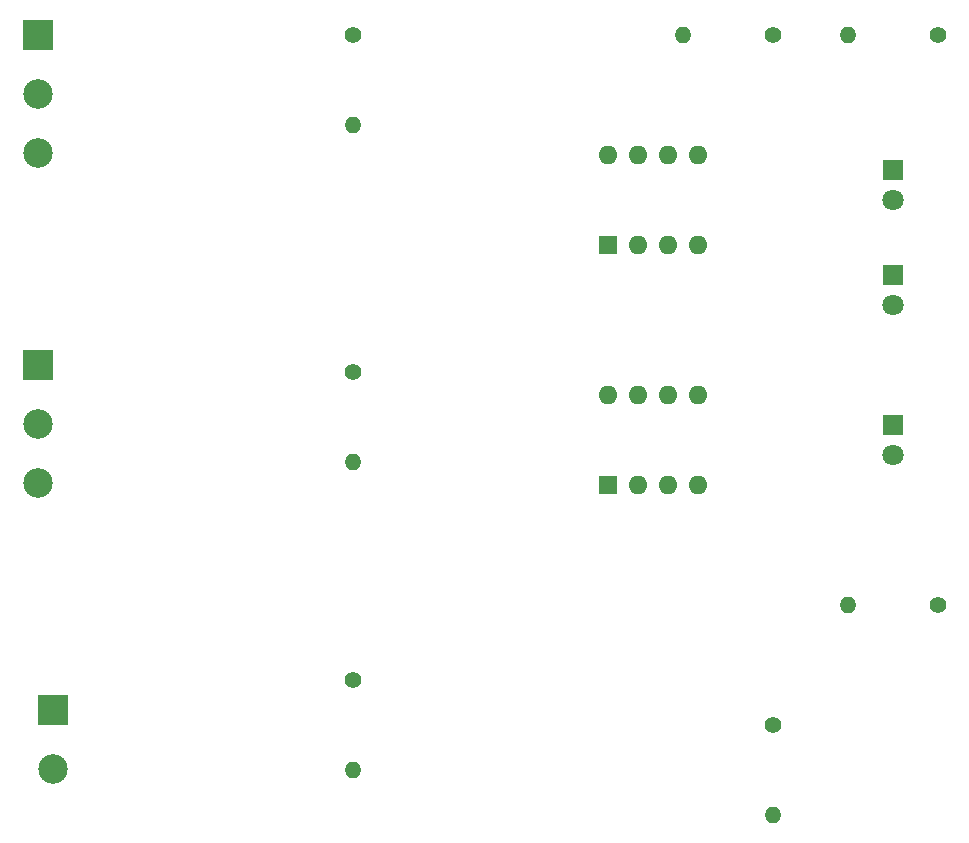
<source format=gbr>
G04 #@! TF.FileFunction,Copper,L1,Top,Signal*
%FSLAX46Y46*%
G04 Gerber Fmt 4.6, Leading zero omitted, Abs format (unit mm)*
G04 Created by KiCad (PCBNEW 4.0.6) date 09/27/17 00:30:41*
%MOMM*%
%LPD*%
G01*
G04 APERTURE LIST*
%ADD10C,0.100000*%
%ADD11C,2.500000*%
%ADD12R,2.500000X2.500000*%
%ADD13R,1.600000X1.600000*%
%ADD14O,1.600000X1.600000*%
%ADD15C,1.400000*%
%ADD16O,1.400000X1.400000*%
%ADD17R,1.800000X1.800000*%
%ADD18C,1.800000*%
G04 APERTURE END LIST*
D10*
D11*
X114300000Y-82390000D03*
D12*
X114300000Y-72390000D03*
D11*
X114300000Y-77390000D03*
D13*
X162560000Y-82550000D03*
D14*
X170180000Y-74930000D03*
X165100000Y-82550000D03*
X167640000Y-74930000D03*
X167640000Y-82550000D03*
X165100000Y-74930000D03*
X170180000Y-82550000D03*
X162560000Y-74930000D03*
D13*
X162560000Y-62230000D03*
D14*
X170180000Y-54610000D03*
X165100000Y-62230000D03*
X167640000Y-54610000D03*
X167640000Y-62230000D03*
X165100000Y-54610000D03*
X170180000Y-62230000D03*
X162560000Y-54610000D03*
D15*
X190500000Y-92710000D03*
D16*
X182880000Y-92710000D03*
D15*
X190500000Y-44450000D03*
D16*
X182880000Y-44450000D03*
D15*
X176530000Y-102870000D03*
D16*
X176530000Y-110490000D03*
D15*
X176530000Y-44450000D03*
D16*
X168910000Y-44450000D03*
D15*
X140970000Y-99060000D03*
D16*
X140970000Y-106680000D03*
D15*
X140970000Y-73025000D03*
D16*
X140970000Y-80645000D03*
D15*
X140970000Y-44450000D03*
D16*
X140970000Y-52070000D03*
D11*
X114300000Y-54450000D03*
D12*
X114300000Y-44450000D03*
D11*
X114300000Y-49450000D03*
D12*
X115570000Y-101600000D03*
D11*
X115570000Y-106600000D03*
D17*
X186690000Y-64770000D03*
D18*
X186690000Y-67310000D03*
D17*
X186690000Y-55880000D03*
D18*
X186690000Y-58420000D03*
D17*
X186690000Y-77470000D03*
D18*
X186690000Y-80010000D03*
M02*

</source>
